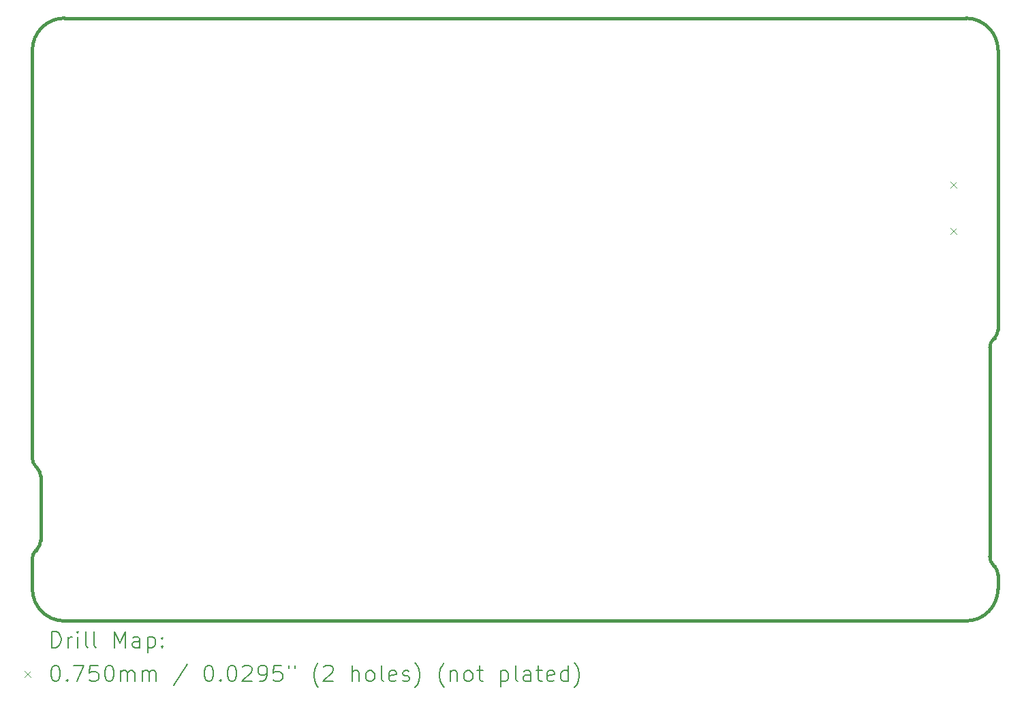
<source format=gbr>
%TF.GenerationSoftware,KiCad,Pcbnew,8.0.4*%
%TF.CreationDate,2024-10-12T12:31:17+11:00*%
%TF.ProjectId,hackrf-one,6861636b-7266-42d6-9f6e-652e6b696361,rev?*%
%TF.SameCoordinates,Original*%
%TF.FileFunction,Drillmap*%
%TF.FilePolarity,Positive*%
%FSLAX45Y45*%
G04 Gerber Fmt 4.5, Leading zero omitted, Abs format (unit mm)*
G04 Created by KiCad (PCBNEW 8.0.4) date 2024-10-12 12:31:17*
%MOMM*%
%LPD*%
G01*
G04 APERTURE LIST*
%ADD10C,0.381000*%
%ADD11C,0.200000*%
%ADD12C,0.100000*%
G04 APERTURE END LIST*
D10*
X4940326Y-13819494D02*
G75*
G02*
X4984260Y-13925560I-106066J-106066D01*
G01*
X16780260Y-12325560D02*
X16780260Y-14925560D01*
X5282260Y-15725560D02*
X16482260Y-15725560D01*
X4926260Y-14845560D02*
X4940260Y-14831560D01*
X4882260Y-13699560D02*
X4882260Y-8625560D01*
X16780260Y-12325560D02*
G75*
G02*
X16824194Y-12219494I150000J0D01*
G01*
X16824260Y-15031560D02*
X16838260Y-15045560D01*
X4882260Y-14951560D02*
G75*
G02*
X4926194Y-14845494I150000J0D01*
G01*
X4940260Y-13819560D02*
X4926260Y-13805560D01*
X16882260Y-10343060D02*
X16882260Y-10433060D01*
X4984260Y-14725560D02*
G75*
G02*
X4940326Y-14831626I-150000J0D01*
G01*
X4882260Y-8625560D02*
G75*
G02*
X5282260Y-8225560I400000J0D01*
G01*
X5282260Y-15725560D02*
G75*
G02*
X4882260Y-15325560I0J400000D01*
G01*
X16882260Y-15325560D02*
X16882260Y-15151560D01*
X16838326Y-15045494D02*
G75*
G02*
X16882260Y-15151560I-106066J-106066D01*
G01*
X4926194Y-13805626D02*
G75*
G02*
X4882260Y-13699560I106066J106066D01*
G01*
X16882260Y-10818060D02*
X16882260Y-10908060D01*
X16882260Y-10908060D02*
X16882260Y-12099560D01*
X16482260Y-8225560D02*
X5282260Y-8225560D01*
X16824260Y-12219560D02*
X16838260Y-12205560D01*
X16882260Y-8625560D02*
X16882260Y-10343060D01*
X4882260Y-14951560D02*
X4882260Y-15325560D01*
X4984260Y-13925560D02*
X4984260Y-14725560D01*
X16482260Y-8225560D02*
G75*
G02*
X16882260Y-8625560I0J-400000D01*
G01*
X16882260Y-15325560D02*
G75*
G02*
X16482260Y-15725560I-400000J0D01*
G01*
X16824194Y-15031626D02*
G75*
G02*
X16780260Y-14925560I106066J106066D01*
G01*
X16882260Y-12099560D02*
G75*
G02*
X16838326Y-12205626I-150000J0D01*
G01*
X16882260Y-10433060D02*
X16882260Y-10818060D01*
D11*
D12*
X16294310Y-10258060D02*
X16369310Y-10333060D01*
X16369310Y-10258060D02*
X16294310Y-10333060D01*
X16294310Y-10838060D02*
X16369310Y-10913060D01*
X16369310Y-10838060D02*
X16294310Y-10913060D01*
D11*
X5123987Y-16056094D02*
X5123987Y-15856094D01*
X5123987Y-15856094D02*
X5171606Y-15856094D01*
X5171606Y-15856094D02*
X5200177Y-15865618D01*
X5200177Y-15865618D02*
X5219225Y-15884665D01*
X5219225Y-15884665D02*
X5228749Y-15903713D01*
X5228749Y-15903713D02*
X5238273Y-15941808D01*
X5238273Y-15941808D02*
X5238273Y-15970379D01*
X5238273Y-15970379D02*
X5228749Y-16008475D01*
X5228749Y-16008475D02*
X5219225Y-16027522D01*
X5219225Y-16027522D02*
X5200177Y-16046570D01*
X5200177Y-16046570D02*
X5171606Y-16056094D01*
X5171606Y-16056094D02*
X5123987Y-16056094D01*
X5323987Y-16056094D02*
X5323987Y-15922760D01*
X5323987Y-15960856D02*
X5333511Y-15941808D01*
X5333511Y-15941808D02*
X5343034Y-15932284D01*
X5343034Y-15932284D02*
X5362082Y-15922760D01*
X5362082Y-15922760D02*
X5381130Y-15922760D01*
X5447796Y-16056094D02*
X5447796Y-15922760D01*
X5447796Y-15856094D02*
X5438273Y-15865618D01*
X5438273Y-15865618D02*
X5447796Y-15875141D01*
X5447796Y-15875141D02*
X5457320Y-15865618D01*
X5457320Y-15865618D02*
X5447796Y-15856094D01*
X5447796Y-15856094D02*
X5447796Y-15875141D01*
X5571606Y-16056094D02*
X5552558Y-16046570D01*
X5552558Y-16046570D02*
X5543034Y-16027522D01*
X5543034Y-16027522D02*
X5543034Y-15856094D01*
X5676368Y-16056094D02*
X5657320Y-16046570D01*
X5657320Y-16046570D02*
X5647796Y-16027522D01*
X5647796Y-16027522D02*
X5647796Y-15856094D01*
X5904939Y-16056094D02*
X5904939Y-15856094D01*
X5904939Y-15856094D02*
X5971606Y-15998951D01*
X5971606Y-15998951D02*
X6038272Y-15856094D01*
X6038272Y-15856094D02*
X6038272Y-16056094D01*
X6219225Y-16056094D02*
X6219225Y-15951332D01*
X6219225Y-15951332D02*
X6209701Y-15932284D01*
X6209701Y-15932284D02*
X6190653Y-15922760D01*
X6190653Y-15922760D02*
X6152558Y-15922760D01*
X6152558Y-15922760D02*
X6133511Y-15932284D01*
X6219225Y-16046570D02*
X6200177Y-16056094D01*
X6200177Y-16056094D02*
X6152558Y-16056094D01*
X6152558Y-16056094D02*
X6133511Y-16046570D01*
X6133511Y-16046570D02*
X6123987Y-16027522D01*
X6123987Y-16027522D02*
X6123987Y-16008475D01*
X6123987Y-16008475D02*
X6133511Y-15989427D01*
X6133511Y-15989427D02*
X6152558Y-15979903D01*
X6152558Y-15979903D02*
X6200177Y-15979903D01*
X6200177Y-15979903D02*
X6219225Y-15970379D01*
X6314463Y-15922760D02*
X6314463Y-16122760D01*
X6314463Y-15932284D02*
X6333511Y-15922760D01*
X6333511Y-15922760D02*
X6371606Y-15922760D01*
X6371606Y-15922760D02*
X6390653Y-15932284D01*
X6390653Y-15932284D02*
X6400177Y-15941808D01*
X6400177Y-15941808D02*
X6409701Y-15960856D01*
X6409701Y-15960856D02*
X6409701Y-16017998D01*
X6409701Y-16017998D02*
X6400177Y-16037046D01*
X6400177Y-16037046D02*
X6390653Y-16046570D01*
X6390653Y-16046570D02*
X6371606Y-16056094D01*
X6371606Y-16056094D02*
X6333511Y-16056094D01*
X6333511Y-16056094D02*
X6314463Y-16046570D01*
X6495415Y-16037046D02*
X6504939Y-16046570D01*
X6504939Y-16046570D02*
X6495415Y-16056094D01*
X6495415Y-16056094D02*
X6485892Y-16046570D01*
X6485892Y-16046570D02*
X6495415Y-16037046D01*
X6495415Y-16037046D02*
X6495415Y-16056094D01*
X6495415Y-15932284D02*
X6504939Y-15941808D01*
X6504939Y-15941808D02*
X6495415Y-15951332D01*
X6495415Y-15951332D02*
X6485892Y-15941808D01*
X6485892Y-15941808D02*
X6495415Y-15932284D01*
X6495415Y-15932284D02*
X6495415Y-15951332D01*
D12*
X4788210Y-16347110D02*
X4863210Y-16422110D01*
X4863210Y-16347110D02*
X4788210Y-16422110D01*
D11*
X5162082Y-16276094D02*
X5181130Y-16276094D01*
X5181130Y-16276094D02*
X5200177Y-16285618D01*
X5200177Y-16285618D02*
X5209701Y-16295141D01*
X5209701Y-16295141D02*
X5219225Y-16314189D01*
X5219225Y-16314189D02*
X5228749Y-16352284D01*
X5228749Y-16352284D02*
X5228749Y-16399903D01*
X5228749Y-16399903D02*
X5219225Y-16437998D01*
X5219225Y-16437998D02*
X5209701Y-16457046D01*
X5209701Y-16457046D02*
X5200177Y-16466570D01*
X5200177Y-16466570D02*
X5181130Y-16476094D01*
X5181130Y-16476094D02*
X5162082Y-16476094D01*
X5162082Y-16476094D02*
X5143034Y-16466570D01*
X5143034Y-16466570D02*
X5133511Y-16457046D01*
X5133511Y-16457046D02*
X5123987Y-16437998D01*
X5123987Y-16437998D02*
X5114463Y-16399903D01*
X5114463Y-16399903D02*
X5114463Y-16352284D01*
X5114463Y-16352284D02*
X5123987Y-16314189D01*
X5123987Y-16314189D02*
X5133511Y-16295141D01*
X5133511Y-16295141D02*
X5143034Y-16285618D01*
X5143034Y-16285618D02*
X5162082Y-16276094D01*
X5314463Y-16457046D02*
X5323987Y-16466570D01*
X5323987Y-16466570D02*
X5314463Y-16476094D01*
X5314463Y-16476094D02*
X5304939Y-16466570D01*
X5304939Y-16466570D02*
X5314463Y-16457046D01*
X5314463Y-16457046D02*
X5314463Y-16476094D01*
X5390654Y-16276094D02*
X5523987Y-16276094D01*
X5523987Y-16276094D02*
X5438273Y-16476094D01*
X5695415Y-16276094D02*
X5600177Y-16276094D01*
X5600177Y-16276094D02*
X5590654Y-16371332D01*
X5590654Y-16371332D02*
X5600177Y-16361808D01*
X5600177Y-16361808D02*
X5619225Y-16352284D01*
X5619225Y-16352284D02*
X5666844Y-16352284D01*
X5666844Y-16352284D02*
X5685892Y-16361808D01*
X5685892Y-16361808D02*
X5695415Y-16371332D01*
X5695415Y-16371332D02*
X5704939Y-16390379D01*
X5704939Y-16390379D02*
X5704939Y-16437998D01*
X5704939Y-16437998D02*
X5695415Y-16457046D01*
X5695415Y-16457046D02*
X5685892Y-16466570D01*
X5685892Y-16466570D02*
X5666844Y-16476094D01*
X5666844Y-16476094D02*
X5619225Y-16476094D01*
X5619225Y-16476094D02*
X5600177Y-16466570D01*
X5600177Y-16466570D02*
X5590654Y-16457046D01*
X5828749Y-16276094D02*
X5847796Y-16276094D01*
X5847796Y-16276094D02*
X5866844Y-16285618D01*
X5866844Y-16285618D02*
X5876368Y-16295141D01*
X5876368Y-16295141D02*
X5885892Y-16314189D01*
X5885892Y-16314189D02*
X5895415Y-16352284D01*
X5895415Y-16352284D02*
X5895415Y-16399903D01*
X5895415Y-16399903D02*
X5885892Y-16437998D01*
X5885892Y-16437998D02*
X5876368Y-16457046D01*
X5876368Y-16457046D02*
X5866844Y-16466570D01*
X5866844Y-16466570D02*
X5847796Y-16476094D01*
X5847796Y-16476094D02*
X5828749Y-16476094D01*
X5828749Y-16476094D02*
X5809701Y-16466570D01*
X5809701Y-16466570D02*
X5800177Y-16457046D01*
X5800177Y-16457046D02*
X5790653Y-16437998D01*
X5790653Y-16437998D02*
X5781130Y-16399903D01*
X5781130Y-16399903D02*
X5781130Y-16352284D01*
X5781130Y-16352284D02*
X5790653Y-16314189D01*
X5790653Y-16314189D02*
X5800177Y-16295141D01*
X5800177Y-16295141D02*
X5809701Y-16285618D01*
X5809701Y-16285618D02*
X5828749Y-16276094D01*
X5981130Y-16476094D02*
X5981130Y-16342760D01*
X5981130Y-16361808D02*
X5990653Y-16352284D01*
X5990653Y-16352284D02*
X6009701Y-16342760D01*
X6009701Y-16342760D02*
X6038273Y-16342760D01*
X6038273Y-16342760D02*
X6057320Y-16352284D01*
X6057320Y-16352284D02*
X6066844Y-16371332D01*
X6066844Y-16371332D02*
X6066844Y-16476094D01*
X6066844Y-16371332D02*
X6076368Y-16352284D01*
X6076368Y-16352284D02*
X6095415Y-16342760D01*
X6095415Y-16342760D02*
X6123987Y-16342760D01*
X6123987Y-16342760D02*
X6143034Y-16352284D01*
X6143034Y-16352284D02*
X6152558Y-16371332D01*
X6152558Y-16371332D02*
X6152558Y-16476094D01*
X6247796Y-16476094D02*
X6247796Y-16342760D01*
X6247796Y-16361808D02*
X6257320Y-16352284D01*
X6257320Y-16352284D02*
X6276368Y-16342760D01*
X6276368Y-16342760D02*
X6304939Y-16342760D01*
X6304939Y-16342760D02*
X6323987Y-16352284D01*
X6323987Y-16352284D02*
X6333511Y-16371332D01*
X6333511Y-16371332D02*
X6333511Y-16476094D01*
X6333511Y-16371332D02*
X6343034Y-16352284D01*
X6343034Y-16352284D02*
X6362082Y-16342760D01*
X6362082Y-16342760D02*
X6390653Y-16342760D01*
X6390653Y-16342760D02*
X6409701Y-16352284D01*
X6409701Y-16352284D02*
X6419225Y-16371332D01*
X6419225Y-16371332D02*
X6419225Y-16476094D01*
X6809701Y-16266570D02*
X6638273Y-16523713D01*
X7066844Y-16276094D02*
X7085892Y-16276094D01*
X7085892Y-16276094D02*
X7104939Y-16285618D01*
X7104939Y-16285618D02*
X7114463Y-16295141D01*
X7114463Y-16295141D02*
X7123987Y-16314189D01*
X7123987Y-16314189D02*
X7133511Y-16352284D01*
X7133511Y-16352284D02*
X7133511Y-16399903D01*
X7133511Y-16399903D02*
X7123987Y-16437998D01*
X7123987Y-16437998D02*
X7114463Y-16457046D01*
X7114463Y-16457046D02*
X7104939Y-16466570D01*
X7104939Y-16466570D02*
X7085892Y-16476094D01*
X7085892Y-16476094D02*
X7066844Y-16476094D01*
X7066844Y-16476094D02*
X7047796Y-16466570D01*
X7047796Y-16466570D02*
X7038273Y-16457046D01*
X7038273Y-16457046D02*
X7028749Y-16437998D01*
X7028749Y-16437998D02*
X7019225Y-16399903D01*
X7019225Y-16399903D02*
X7019225Y-16352284D01*
X7019225Y-16352284D02*
X7028749Y-16314189D01*
X7028749Y-16314189D02*
X7038273Y-16295141D01*
X7038273Y-16295141D02*
X7047796Y-16285618D01*
X7047796Y-16285618D02*
X7066844Y-16276094D01*
X7219225Y-16457046D02*
X7228749Y-16466570D01*
X7228749Y-16466570D02*
X7219225Y-16476094D01*
X7219225Y-16476094D02*
X7209701Y-16466570D01*
X7209701Y-16466570D02*
X7219225Y-16457046D01*
X7219225Y-16457046D02*
X7219225Y-16476094D01*
X7352558Y-16276094D02*
X7371606Y-16276094D01*
X7371606Y-16276094D02*
X7390654Y-16285618D01*
X7390654Y-16285618D02*
X7400177Y-16295141D01*
X7400177Y-16295141D02*
X7409701Y-16314189D01*
X7409701Y-16314189D02*
X7419225Y-16352284D01*
X7419225Y-16352284D02*
X7419225Y-16399903D01*
X7419225Y-16399903D02*
X7409701Y-16437998D01*
X7409701Y-16437998D02*
X7400177Y-16457046D01*
X7400177Y-16457046D02*
X7390654Y-16466570D01*
X7390654Y-16466570D02*
X7371606Y-16476094D01*
X7371606Y-16476094D02*
X7352558Y-16476094D01*
X7352558Y-16476094D02*
X7333511Y-16466570D01*
X7333511Y-16466570D02*
X7323987Y-16457046D01*
X7323987Y-16457046D02*
X7314463Y-16437998D01*
X7314463Y-16437998D02*
X7304939Y-16399903D01*
X7304939Y-16399903D02*
X7304939Y-16352284D01*
X7304939Y-16352284D02*
X7314463Y-16314189D01*
X7314463Y-16314189D02*
X7323987Y-16295141D01*
X7323987Y-16295141D02*
X7333511Y-16285618D01*
X7333511Y-16285618D02*
X7352558Y-16276094D01*
X7495416Y-16295141D02*
X7504939Y-16285618D01*
X7504939Y-16285618D02*
X7523987Y-16276094D01*
X7523987Y-16276094D02*
X7571606Y-16276094D01*
X7571606Y-16276094D02*
X7590654Y-16285618D01*
X7590654Y-16285618D02*
X7600177Y-16295141D01*
X7600177Y-16295141D02*
X7609701Y-16314189D01*
X7609701Y-16314189D02*
X7609701Y-16333237D01*
X7609701Y-16333237D02*
X7600177Y-16361808D01*
X7600177Y-16361808D02*
X7485892Y-16476094D01*
X7485892Y-16476094D02*
X7609701Y-16476094D01*
X7704939Y-16476094D02*
X7743035Y-16476094D01*
X7743035Y-16476094D02*
X7762082Y-16466570D01*
X7762082Y-16466570D02*
X7771606Y-16457046D01*
X7771606Y-16457046D02*
X7790654Y-16428475D01*
X7790654Y-16428475D02*
X7800177Y-16390379D01*
X7800177Y-16390379D02*
X7800177Y-16314189D01*
X7800177Y-16314189D02*
X7790654Y-16295141D01*
X7790654Y-16295141D02*
X7781130Y-16285618D01*
X7781130Y-16285618D02*
X7762082Y-16276094D01*
X7762082Y-16276094D02*
X7723987Y-16276094D01*
X7723987Y-16276094D02*
X7704939Y-16285618D01*
X7704939Y-16285618D02*
X7695416Y-16295141D01*
X7695416Y-16295141D02*
X7685892Y-16314189D01*
X7685892Y-16314189D02*
X7685892Y-16361808D01*
X7685892Y-16361808D02*
X7695416Y-16380856D01*
X7695416Y-16380856D02*
X7704939Y-16390379D01*
X7704939Y-16390379D02*
X7723987Y-16399903D01*
X7723987Y-16399903D02*
X7762082Y-16399903D01*
X7762082Y-16399903D02*
X7781130Y-16390379D01*
X7781130Y-16390379D02*
X7790654Y-16380856D01*
X7790654Y-16380856D02*
X7800177Y-16361808D01*
X7981130Y-16276094D02*
X7885892Y-16276094D01*
X7885892Y-16276094D02*
X7876368Y-16371332D01*
X7876368Y-16371332D02*
X7885892Y-16361808D01*
X7885892Y-16361808D02*
X7904939Y-16352284D01*
X7904939Y-16352284D02*
X7952558Y-16352284D01*
X7952558Y-16352284D02*
X7971606Y-16361808D01*
X7971606Y-16361808D02*
X7981130Y-16371332D01*
X7981130Y-16371332D02*
X7990654Y-16390379D01*
X7990654Y-16390379D02*
X7990654Y-16437998D01*
X7990654Y-16437998D02*
X7981130Y-16457046D01*
X7981130Y-16457046D02*
X7971606Y-16466570D01*
X7971606Y-16466570D02*
X7952558Y-16476094D01*
X7952558Y-16476094D02*
X7904939Y-16476094D01*
X7904939Y-16476094D02*
X7885892Y-16466570D01*
X7885892Y-16466570D02*
X7876368Y-16457046D01*
X8066844Y-16276094D02*
X8066844Y-16314189D01*
X8143035Y-16276094D02*
X8143035Y-16314189D01*
X8438273Y-16552284D02*
X8428749Y-16542760D01*
X8428749Y-16542760D02*
X8409701Y-16514189D01*
X8409701Y-16514189D02*
X8400178Y-16495141D01*
X8400178Y-16495141D02*
X8390654Y-16466570D01*
X8390654Y-16466570D02*
X8381130Y-16418951D01*
X8381130Y-16418951D02*
X8381130Y-16380856D01*
X8381130Y-16380856D02*
X8390654Y-16333237D01*
X8390654Y-16333237D02*
X8400178Y-16304665D01*
X8400178Y-16304665D02*
X8409701Y-16285618D01*
X8409701Y-16285618D02*
X8428749Y-16257046D01*
X8428749Y-16257046D02*
X8438273Y-16247522D01*
X8504940Y-16295141D02*
X8514463Y-16285618D01*
X8514463Y-16285618D02*
X8533511Y-16276094D01*
X8533511Y-16276094D02*
X8581130Y-16276094D01*
X8581130Y-16276094D02*
X8600178Y-16285618D01*
X8600178Y-16285618D02*
X8609701Y-16295141D01*
X8609701Y-16295141D02*
X8619225Y-16314189D01*
X8619225Y-16314189D02*
X8619225Y-16333237D01*
X8619225Y-16333237D02*
X8609701Y-16361808D01*
X8609701Y-16361808D02*
X8495416Y-16476094D01*
X8495416Y-16476094D02*
X8619225Y-16476094D01*
X8857321Y-16476094D02*
X8857321Y-16276094D01*
X8943035Y-16476094D02*
X8943035Y-16371332D01*
X8943035Y-16371332D02*
X8933511Y-16352284D01*
X8933511Y-16352284D02*
X8914463Y-16342760D01*
X8914463Y-16342760D02*
X8885892Y-16342760D01*
X8885892Y-16342760D02*
X8866844Y-16352284D01*
X8866844Y-16352284D02*
X8857321Y-16361808D01*
X9066844Y-16476094D02*
X9047797Y-16466570D01*
X9047797Y-16466570D02*
X9038273Y-16457046D01*
X9038273Y-16457046D02*
X9028749Y-16437998D01*
X9028749Y-16437998D02*
X9028749Y-16380856D01*
X9028749Y-16380856D02*
X9038273Y-16361808D01*
X9038273Y-16361808D02*
X9047797Y-16352284D01*
X9047797Y-16352284D02*
X9066844Y-16342760D01*
X9066844Y-16342760D02*
X9095416Y-16342760D01*
X9095416Y-16342760D02*
X9114463Y-16352284D01*
X9114463Y-16352284D02*
X9123987Y-16361808D01*
X9123987Y-16361808D02*
X9133511Y-16380856D01*
X9133511Y-16380856D02*
X9133511Y-16437998D01*
X9133511Y-16437998D02*
X9123987Y-16457046D01*
X9123987Y-16457046D02*
X9114463Y-16466570D01*
X9114463Y-16466570D02*
X9095416Y-16476094D01*
X9095416Y-16476094D02*
X9066844Y-16476094D01*
X9247797Y-16476094D02*
X9228749Y-16466570D01*
X9228749Y-16466570D02*
X9219225Y-16447522D01*
X9219225Y-16447522D02*
X9219225Y-16276094D01*
X9400178Y-16466570D02*
X9381130Y-16476094D01*
X9381130Y-16476094D02*
X9343035Y-16476094D01*
X9343035Y-16476094D02*
X9323987Y-16466570D01*
X9323987Y-16466570D02*
X9314463Y-16447522D01*
X9314463Y-16447522D02*
X9314463Y-16371332D01*
X9314463Y-16371332D02*
X9323987Y-16352284D01*
X9323987Y-16352284D02*
X9343035Y-16342760D01*
X9343035Y-16342760D02*
X9381130Y-16342760D01*
X9381130Y-16342760D02*
X9400178Y-16352284D01*
X9400178Y-16352284D02*
X9409702Y-16371332D01*
X9409702Y-16371332D02*
X9409702Y-16390379D01*
X9409702Y-16390379D02*
X9314463Y-16409427D01*
X9485892Y-16466570D02*
X9504940Y-16476094D01*
X9504940Y-16476094D02*
X9543035Y-16476094D01*
X9543035Y-16476094D02*
X9562083Y-16466570D01*
X9562083Y-16466570D02*
X9571606Y-16447522D01*
X9571606Y-16447522D02*
X9571606Y-16437998D01*
X9571606Y-16437998D02*
X9562083Y-16418951D01*
X9562083Y-16418951D02*
X9543035Y-16409427D01*
X9543035Y-16409427D02*
X9514463Y-16409427D01*
X9514463Y-16409427D02*
X9495416Y-16399903D01*
X9495416Y-16399903D02*
X9485892Y-16380856D01*
X9485892Y-16380856D02*
X9485892Y-16371332D01*
X9485892Y-16371332D02*
X9495416Y-16352284D01*
X9495416Y-16352284D02*
X9514463Y-16342760D01*
X9514463Y-16342760D02*
X9543035Y-16342760D01*
X9543035Y-16342760D02*
X9562083Y-16352284D01*
X9638273Y-16552284D02*
X9647797Y-16542760D01*
X9647797Y-16542760D02*
X9666844Y-16514189D01*
X9666844Y-16514189D02*
X9676368Y-16495141D01*
X9676368Y-16495141D02*
X9685892Y-16466570D01*
X9685892Y-16466570D02*
X9695416Y-16418951D01*
X9695416Y-16418951D02*
X9695416Y-16380856D01*
X9695416Y-16380856D02*
X9685892Y-16333237D01*
X9685892Y-16333237D02*
X9676368Y-16304665D01*
X9676368Y-16304665D02*
X9666844Y-16285618D01*
X9666844Y-16285618D02*
X9647797Y-16257046D01*
X9647797Y-16257046D02*
X9638273Y-16247522D01*
X10000178Y-16552284D02*
X9990654Y-16542760D01*
X9990654Y-16542760D02*
X9971606Y-16514189D01*
X9971606Y-16514189D02*
X9962083Y-16495141D01*
X9962083Y-16495141D02*
X9952559Y-16466570D01*
X9952559Y-16466570D02*
X9943035Y-16418951D01*
X9943035Y-16418951D02*
X9943035Y-16380856D01*
X9943035Y-16380856D02*
X9952559Y-16333237D01*
X9952559Y-16333237D02*
X9962083Y-16304665D01*
X9962083Y-16304665D02*
X9971606Y-16285618D01*
X9971606Y-16285618D02*
X9990654Y-16257046D01*
X9990654Y-16257046D02*
X10000178Y-16247522D01*
X10076368Y-16342760D02*
X10076368Y-16476094D01*
X10076368Y-16361808D02*
X10085892Y-16352284D01*
X10085892Y-16352284D02*
X10104940Y-16342760D01*
X10104940Y-16342760D02*
X10133511Y-16342760D01*
X10133511Y-16342760D02*
X10152559Y-16352284D01*
X10152559Y-16352284D02*
X10162083Y-16371332D01*
X10162083Y-16371332D02*
X10162083Y-16476094D01*
X10285892Y-16476094D02*
X10266844Y-16466570D01*
X10266844Y-16466570D02*
X10257321Y-16457046D01*
X10257321Y-16457046D02*
X10247797Y-16437998D01*
X10247797Y-16437998D02*
X10247797Y-16380856D01*
X10247797Y-16380856D02*
X10257321Y-16361808D01*
X10257321Y-16361808D02*
X10266844Y-16352284D01*
X10266844Y-16352284D02*
X10285892Y-16342760D01*
X10285892Y-16342760D02*
X10314464Y-16342760D01*
X10314464Y-16342760D02*
X10333511Y-16352284D01*
X10333511Y-16352284D02*
X10343035Y-16361808D01*
X10343035Y-16361808D02*
X10352559Y-16380856D01*
X10352559Y-16380856D02*
X10352559Y-16437998D01*
X10352559Y-16437998D02*
X10343035Y-16457046D01*
X10343035Y-16457046D02*
X10333511Y-16466570D01*
X10333511Y-16466570D02*
X10314464Y-16476094D01*
X10314464Y-16476094D02*
X10285892Y-16476094D01*
X10409702Y-16342760D02*
X10485892Y-16342760D01*
X10438273Y-16276094D02*
X10438273Y-16447522D01*
X10438273Y-16447522D02*
X10447797Y-16466570D01*
X10447797Y-16466570D02*
X10466844Y-16476094D01*
X10466844Y-16476094D02*
X10485892Y-16476094D01*
X10704940Y-16342760D02*
X10704940Y-16542760D01*
X10704940Y-16352284D02*
X10723987Y-16342760D01*
X10723987Y-16342760D02*
X10762083Y-16342760D01*
X10762083Y-16342760D02*
X10781130Y-16352284D01*
X10781130Y-16352284D02*
X10790654Y-16361808D01*
X10790654Y-16361808D02*
X10800178Y-16380856D01*
X10800178Y-16380856D02*
X10800178Y-16437998D01*
X10800178Y-16437998D02*
X10790654Y-16457046D01*
X10790654Y-16457046D02*
X10781130Y-16466570D01*
X10781130Y-16466570D02*
X10762083Y-16476094D01*
X10762083Y-16476094D02*
X10723987Y-16476094D01*
X10723987Y-16476094D02*
X10704940Y-16466570D01*
X10914464Y-16476094D02*
X10895416Y-16466570D01*
X10895416Y-16466570D02*
X10885892Y-16447522D01*
X10885892Y-16447522D02*
X10885892Y-16276094D01*
X11076368Y-16476094D02*
X11076368Y-16371332D01*
X11076368Y-16371332D02*
X11066845Y-16352284D01*
X11066845Y-16352284D02*
X11047797Y-16342760D01*
X11047797Y-16342760D02*
X11009702Y-16342760D01*
X11009702Y-16342760D02*
X10990654Y-16352284D01*
X11076368Y-16466570D02*
X11057321Y-16476094D01*
X11057321Y-16476094D02*
X11009702Y-16476094D01*
X11009702Y-16476094D02*
X10990654Y-16466570D01*
X10990654Y-16466570D02*
X10981130Y-16447522D01*
X10981130Y-16447522D02*
X10981130Y-16428475D01*
X10981130Y-16428475D02*
X10990654Y-16409427D01*
X10990654Y-16409427D02*
X11009702Y-16399903D01*
X11009702Y-16399903D02*
X11057321Y-16399903D01*
X11057321Y-16399903D02*
X11076368Y-16390379D01*
X11143035Y-16342760D02*
X11219225Y-16342760D01*
X11171606Y-16276094D02*
X11171606Y-16447522D01*
X11171606Y-16447522D02*
X11181130Y-16466570D01*
X11181130Y-16466570D02*
X11200178Y-16476094D01*
X11200178Y-16476094D02*
X11219225Y-16476094D01*
X11362083Y-16466570D02*
X11343035Y-16476094D01*
X11343035Y-16476094D02*
X11304940Y-16476094D01*
X11304940Y-16476094D02*
X11285892Y-16466570D01*
X11285892Y-16466570D02*
X11276368Y-16447522D01*
X11276368Y-16447522D02*
X11276368Y-16371332D01*
X11276368Y-16371332D02*
X11285892Y-16352284D01*
X11285892Y-16352284D02*
X11304940Y-16342760D01*
X11304940Y-16342760D02*
X11343035Y-16342760D01*
X11343035Y-16342760D02*
X11362083Y-16352284D01*
X11362083Y-16352284D02*
X11371606Y-16371332D01*
X11371606Y-16371332D02*
X11371606Y-16390379D01*
X11371606Y-16390379D02*
X11276368Y-16409427D01*
X11543035Y-16476094D02*
X11543035Y-16276094D01*
X11543035Y-16466570D02*
X11523987Y-16476094D01*
X11523987Y-16476094D02*
X11485892Y-16476094D01*
X11485892Y-16476094D02*
X11466844Y-16466570D01*
X11466844Y-16466570D02*
X11457321Y-16457046D01*
X11457321Y-16457046D02*
X11447797Y-16437998D01*
X11447797Y-16437998D02*
X11447797Y-16380856D01*
X11447797Y-16380856D02*
X11457321Y-16361808D01*
X11457321Y-16361808D02*
X11466844Y-16352284D01*
X11466844Y-16352284D02*
X11485892Y-16342760D01*
X11485892Y-16342760D02*
X11523987Y-16342760D01*
X11523987Y-16342760D02*
X11543035Y-16352284D01*
X11619225Y-16552284D02*
X11628749Y-16542760D01*
X11628749Y-16542760D02*
X11647797Y-16514189D01*
X11647797Y-16514189D02*
X11657321Y-16495141D01*
X11657321Y-16495141D02*
X11666844Y-16466570D01*
X11666844Y-16466570D02*
X11676368Y-16418951D01*
X11676368Y-16418951D02*
X11676368Y-16380856D01*
X11676368Y-16380856D02*
X11666844Y-16333237D01*
X11666844Y-16333237D02*
X11657321Y-16304665D01*
X11657321Y-16304665D02*
X11647797Y-16285618D01*
X11647797Y-16285618D02*
X11628749Y-16257046D01*
X11628749Y-16257046D02*
X11619225Y-16247522D01*
M02*

</source>
